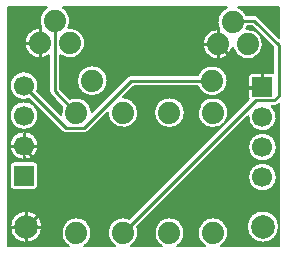
<source format=gtl>
G04 Layer: TopLayer*
G04 EasyEDA Pro v2.2.40.8, 2025-10-31 20:07:01*
G04 Gerber Generator version 0.3*
G04 Scale: 100 percent, Rotated: No, Reflected: No*
G04 Dimensions in millimeters*
G04 Leading zeros omitted, absolute positions, 4 integers and 5 decimals*
G04 Generated by one-click*
%FSLAX45Y45*%
%MOMM*%
%ADD10C,0.2032*%
%ADD11C,0.254*%
%ADD12C,1.8796*%
%ADD13R,1.7X1.7*%
%ADD14C,1.7*%
%ADD15C,2.0*%
%ADD16C,0.6100*%
%ADD17C,0.61*%
G75*


G04 Copper Start*
G36*
G01X-1828800Y294894D02*
G01X-1851158Y292954D01*
G01X-1872848Y287191D01*
G01X-1893220Y277779D01*
G01X-1911667Y264997D01*
G01X-1927637Y249230D01*
G01X-1940651Y230947D01*
G01X-1950322Y210695D01*
G01X-1956359Y189081D01*
G01X-1958584Y166749D01*
G01X-1956928Y144368D01*
G01X-1951441Y122607D01*
G01X-1942288Y102116D01*
G01X-1929742Y83509D01*
G01X-1914179Y67340D01*
G01X-1896063Y54094D01*
G01X-2408034Y54094D01*
G01X-2408034Y214264D01*
G01X-2390522Y214264D01*
G01X-2388669Y191910D01*
G01X-2383163Y170165D01*
G01X-2374152Y149624D01*
G01X-2361884Y130845D01*
G01X-2346692Y114343D01*
G01X-2328991Y100565D01*
G01X-2309263Y89889D01*
G01X-2288048Y82606D01*
G01X-2265923Y78914D01*
G01X-2243492Y78914D01*
G01X-2221367Y82606D01*
G01X-2200152Y89889D01*
G01X-2180425Y100565D01*
G01X-2162724Y114343D01*
G01X-2147532Y130845D01*
G01X-2135263Y149624D01*
G01X-2126253Y170165D01*
G01X-2120746Y191910D01*
G01X-2118894Y214264D01*
G01X-2120746Y236618D01*
G01X-2126253Y258363D01*
G01X-2135263Y278904D01*
G01X-2147532Y297683D01*
G01X-2162724Y314185D01*
G01X-2180425Y327963D01*
G01X-2200152Y338639D01*
G01X-2221367Y345922D01*
G01X-2243492Y349614D01*
G01X-2265923Y349614D01*
G01X-2288048Y345922D01*
G01X-2309263Y338639D01*
G01X-2328991Y327963D01*
G01X-2346692Y314185D01*
G01X-2361884Y297683D01*
G01X-2374152Y278904D01*
G01X-2383163Y258363D01*
G01X-2388669Y236618D01*
G01X-2390522Y214264D01*
G01X-2390522Y214264D01*
G01X-2408034Y214264D01*
G01X-2408034Y732700D01*
G01X-2394114Y732700D01*
G01X-2394114Y562700D01*
G01X-2392361Y551633D01*
G01X-2387274Y541649D01*
G01X-2379351Y533726D01*
G01X-2369367Y528639D01*
G01X-2358300Y526886D01*
G01X-2188300Y526886D01*
G01X-2177233Y528639D01*
G01X-2167249Y533726D01*
G01X-2159326Y541649D01*
G01X-2154239Y551633D01*
G01X-2152486Y562700D01*
G01X-2152486Y732700D01*
G01X-2152486Y732700D01*
G01X-2154239Y743767D01*
G01X-2159326Y753751D01*
G01X-2167249Y761674D01*
G01X-2177233Y766761D01*
G01X-2188300Y768514D01*
G01X-2358300Y768514D01*
G01X-2369367Y766761D01*
G01X-2379351Y761674D01*
G01X-2387274Y753751D01*
G01X-2392361Y743767D01*
G01X-2394114Y732700D01*
G01X-2408034Y732700D01*
G01X-2408034Y901700D01*
G01X-2394114Y901700D01*
G01X-2392278Y880721D01*
G01X-2386828Y860379D01*
G01X-2377928Y841293D01*
G01X-2365849Y824042D01*
G01X-2350958Y809151D01*
G01X-2333707Y797072D01*
G01X-2314621Y788172D01*
G01X-2294279Y782722D01*
G01X-2273300Y780886D01*
G01X-2273300Y780886D01*
G01X-2252321Y782722D01*
G01X-2231979Y788172D01*
G01X-2212893Y797072D01*
G01X-2195642Y809151D01*
G01X-2180751Y824042D01*
G01X-2168672Y841293D01*
G01X-2159772Y860379D01*
G01X-2154322Y880721D01*
G01X-2152486Y901700D01*
G01X-2154322Y922679D01*
G01X-2159772Y943021D01*
G01X-2168672Y962107D01*
G01X-2180751Y979358D01*
G01X-2195642Y994249D01*
G01X-2212893Y1006328D01*
G01X-2231979Y1015228D01*
G01X-2252321Y1020678D01*
G01X-2273300Y1022514D01*
G01X-2294279Y1020678D01*
G01X-2314621Y1015228D01*
G01X-2333707Y1006328D01*
G01X-2350958Y994249D01*
G01X-2365849Y979358D01*
G01X-2377928Y962107D01*
G01X-2386828Y943021D01*
G01X-2392278Y922679D01*
G01X-2394114Y901700D01*
G01X-2408034Y901700D01*
G01X-2408034Y1155700D01*
G01X-2394114Y1155700D01*
G01X-2392278Y1134721D01*
G01X-2386828Y1114379D01*
G01X-2377928Y1095293D01*
G01X-2365849Y1078042D01*
G01X-2350958Y1063151D01*
G01X-2333707Y1051072D01*
G01X-2314621Y1042172D01*
G01X-2294279Y1036722D01*
G01X-2273300Y1034886D01*
G01X-2273300Y1034886D01*
G01X-2252321Y1036722D01*
G01X-2231979Y1042172D01*
G01X-2212893Y1051072D01*
G01X-2195642Y1063151D01*
G01X-2180751Y1078042D01*
G01X-2168672Y1095293D01*
G01X-2159772Y1114379D01*
G01X-2154322Y1134721D01*
G01X-2152486Y1155700D01*
G01X-2154322Y1176679D01*
G01X-2159772Y1197021D01*
G01X-2168672Y1216107D01*
G01X-2180751Y1233358D01*
G01X-2195642Y1248249D01*
G01X-2212893Y1260328D01*
G01X-2231979Y1269228D01*
G01X-2252321Y1274678D01*
G01X-2273300Y1276514D01*
G01X-2294279Y1274678D01*
G01X-2314621Y1269228D01*
G01X-2333707Y1260328D01*
G01X-2350958Y1248249D01*
G01X-2365849Y1233358D01*
G01X-2377928Y1216107D01*
G01X-2386828Y1197021D01*
G01X-2392278Y1176679D01*
G01X-2394114Y1155700D01*
G01X-2408034Y1155700D01*
G01X-2408034Y2072267D01*
G01X-2079446Y2072267D01*
G01X-2097212Y2059430D01*
G01X-2112566Y2043787D01*
G01X-2125068Y2025783D01*
G01X-2134362Y2005931D01*
G01X-2140183Y1984799D01*
G01X-2142365Y1962989D01*
G01X-2140846Y1941123D01*
G01X-2135669Y1919824D01*
G01X-2126982Y1899700D01*
G01X-2149890Y1899904D01*
G01X-2172478Y1896076D01*
G01X-2194041Y1888337D01*
G01X-2213907Y1876928D01*
G01X-2231458Y1862203D01*
G01X-2246147Y1844622D01*
G01X-2257516Y1824732D01*
G01X-2265210Y1803153D01*
G01X-2268991Y1780557D01*
G01X-2268740Y1757649D01*
G01X-2264465Y1735142D01*
G01X-2256300Y1713737D01*
G01X-2244498Y1694101D01*
G01X-2229428Y1676845D01*
G01X-2211559Y1662509D01*
G01X-2191447Y1651537D01*
G01X-2169720Y1644272D01*
G01X-2147054Y1640941D01*
G01X-2124155Y1641646D01*
G01X-2101737Y1646367D01*
G01X-2080498Y1654955D01*
G01X-2061100Y1667144D01*
G01X-2061100Y1364886D01*
G01X-2059447Y1352330D01*
G01X-2054600Y1340629D01*
G01X-2046891Y1330581D01*
G01X-1948231Y1231921D01*
G01X-1954055Y1215126D01*
G01X-1957529Y1197692D01*
G01X-1958589Y1179947D01*
G01X-1957214Y1162223D01*
G01X-2160757Y1365767D01*
G01X-2154667Y1386849D01*
G01X-2152490Y1408686D01*
G01X-2154300Y1430556D01*
G01X-2160036Y1451738D01*
G01X-2169508Y1471533D01*
G01X-2182405Y1489287D01*
G01X-2198301Y1504416D01*
G01X-2216672Y1516420D01*
G01X-2236911Y1524903D01*
G01X-2258350Y1529585D01*
G01X-2280283Y1530312D01*
G01X-2301985Y1527059D01*
G01X-2322741Y1519934D01*
G01X-2341866Y1509172D01*
G01X-2358728Y1495128D01*
G01X-2372772Y1478266D01*
G01X-2383534Y1459141D01*
G01X-2390659Y1438385D01*
G01X-2393912Y1416683D01*
G01X-2393185Y1394750D01*
G01X-2388503Y1373311D01*
G01X-2380020Y1353072D01*
G01X-2368016Y1334701D01*
G01X-2352887Y1318805D01*
G01X-2335133Y1305908D01*
G01X-2315338Y1296436D01*
G01X-2294156Y1290700D01*
G01X-2272286Y1288890D01*
G01X-2250449Y1291067D01*
G01X-2229367Y1297157D01*
G01X-1952005Y1019795D01*
G01X-1941957Y1012086D01*
G01X-1930256Y1007239D01*
G01X-1917700Y1005586D01*
G01X-1762771Y1005586D01*
G01X-1750215Y1007239D01*
G01X-1738514Y1012086D01*
G01X-1728467Y1019795D01*
G01X-1564874Y1183388D01*
G01X-1563399Y1161457D01*
G01X-1558244Y1140088D01*
G01X-1549558Y1119896D01*
G01X-1537588Y1101459D01*
G01X-1522679Y1085307D01*
G01X-1505258Y1071902D01*
G01X-1485825Y1061629D01*
G01X-1464937Y1054782D01*
G01X-1443194Y1051559D01*
G01X-1421218Y1052051D01*
G01X-1399640Y1056244D01*
G01X-1379079Y1064018D01*
G01X-1360125Y1075151D01*
G01X-1343322Y1089322D01*
G01X-1329151Y1106125D01*
G01X-1318018Y1125079D01*
G01X-1310244Y1145640D01*
G01X-1306051Y1167218D01*
G01X-1305740Y1181100D01*
G01X-1171194Y1181100D01*
G01X-1169222Y1158562D01*
G01X-1163366Y1136708D01*
G01X-1153805Y1116203D01*
G01X-1140828Y1097670D01*
G01X-1124830Y1081672D01*
G01X-1106297Y1068695D01*
G01X-1085792Y1059134D01*
G01X-1063938Y1053278D01*
G01X-1041400Y1051306D01*
G01X-1018862Y1053278D01*
G01X-997008Y1059134D01*
G01X-976503Y1068695D01*
G01X-957970Y1081672D01*
G01X-941972Y1097670D01*
G01X-928995Y1116203D01*
G01X-919434Y1136708D01*
G01X-913578Y1158562D01*
G01X-911606Y1181100D01*
G01X-802894Y1181100D01*
G01X-800922Y1158562D01*
G01X-795066Y1136708D01*
G01X-785505Y1116203D01*
G01X-772528Y1097670D01*
G01X-756530Y1081672D01*
G01X-737997Y1068695D01*
G01X-717492Y1059134D01*
G01X-695638Y1053278D01*
G01X-673100Y1051306D01*
G01X-650562Y1053278D01*
G01X-628708Y1059134D01*
G01X-608203Y1068695D01*
G01X-589670Y1081672D01*
G01X-573672Y1097670D01*
G01X-560695Y1116203D01*
G01X-551134Y1136708D01*
G01X-545278Y1158562D01*
G01X-543306Y1181100D01*
G01X-545278Y1203638D01*
G01X-551134Y1225492D01*
G01X-560695Y1245997D01*
G01X-573672Y1264530D01*
G01X-589670Y1280528D01*
G01X-608203Y1293505D01*
G01X-628708Y1303066D01*
G01X-650562Y1308922D01*
G01X-673100Y1310894D01*
G01X-673100Y1310894D01*
G01X-695638Y1308922D01*
G01X-717492Y1303066D01*
G01X-737997Y1293505D01*
G01X-756530Y1280528D01*
G01X-772528Y1264530D01*
G01X-785505Y1245997D01*
G01X-795066Y1225492D01*
G01X-800922Y1203638D01*
G01X-802894Y1181100D01*
G01X-911606Y1181100D01*
G01X-913578Y1203638D01*
G01X-919434Y1225492D01*
G01X-928995Y1245997D01*
G01X-941972Y1264530D01*
G01X-957970Y1280528D01*
G01X-976503Y1293505D01*
G01X-997008Y1303066D01*
G01X-1018862Y1308922D01*
G01X-1041400Y1310894D01*
G01X-1041400Y1310894D01*
G01X-1063938Y1308922D01*
G01X-1085792Y1303066D01*
G01X-1106297Y1293505D01*
G01X-1124830Y1280528D01*
G01X-1140828Y1264530D01*
G01X-1153805Y1245997D01*
G01X-1163366Y1225492D01*
G01X-1169222Y1203638D01*
G01X-1171194Y1181100D01*
G01X-1305740Y1181100D01*
G01X-1305559Y1189194D01*
G01X-1308782Y1210937D01*
G01X-1315629Y1231825D01*
G01X-1325902Y1251258D01*
G01X-1339307Y1268679D01*
G01X-1355459Y1283588D01*
G01X-1373896Y1295558D01*
G01X-1394088Y1304244D01*
G01X-1415457Y1309399D01*
G01X-1437388Y1310874D01*
G01X-1345048Y1403215D01*
G01X-799729Y1403215D01*
G01X-789622Y1383281D01*
G01X-776244Y1365377D01*
G01X-759994Y1350033D01*
G01X-741352Y1337705D01*
G01X-720871Y1328758D01*
G01X-699159Y1323456D01*
G01X-676860Y1321958D01*
G01X-654634Y1324308D01*
G01X-633141Y1330436D01*
G01X-613017Y1340161D01*
G01X-594861Y1353193D01*
G01X-579209Y1369147D01*
G01X-566526Y1387550D01*
G01X-557189Y1407855D01*
G01X-551473Y1429462D01*
G01X-549549Y1451729D01*
G01X-551473Y1473995D01*
G01X-557189Y1495602D01*
G01X-566526Y1515907D01*
G01X-579209Y1534310D01*
G01X-594861Y1550264D01*
G01X-613017Y1563297D01*
G01X-633141Y1573021D01*
G01X-654634Y1579149D01*
G01X-676860Y1581499D01*
G01X-699159Y1580001D01*
G01X-720871Y1574700D01*
G01X-741352Y1565752D01*
G01X-759994Y1553424D01*
G01X-776244Y1538080D01*
G01X-789622Y1520176D01*
G01X-799729Y1500243D01*
G01X-1365143Y1500243D01*
G01X-1377699Y1498590D01*
G01X-1389400Y1493743D01*
G01X-1399447Y1486033D01*
G01X-1699113Y1186368D01*
G01X-1701636Y1207095D01*
G01X-1707449Y1227149D01*
G01X-1716403Y1246011D01*
G01X-1728266Y1263194D01*
G01X-1742731Y1278252D01*
G01X-1759422Y1290796D01*
G01X-1777910Y1300501D01*
G01X-1797714Y1307116D01*
G01X-1818323Y1310470D01*
G01X-1839203Y1310476D01*
G01X-1859813Y1307134D01*
G01X-1879621Y1300531D01*
G01X-1964072Y1384981D01*
G01X-1964072Y1451729D01*
G01X-1825137Y1451729D01*
G01X-1823165Y1429190D01*
G01X-1817309Y1407336D01*
G01X-1807748Y1386832D01*
G01X-1794771Y1368299D01*
G01X-1778773Y1352301D01*
G01X-1760240Y1339324D01*
G01X-1739735Y1329762D01*
G01X-1717881Y1323906D01*
G01X-1695343Y1321935D01*
G01X-1672804Y1323906D01*
G01X-1650951Y1329762D01*
G01X-1630446Y1339324D01*
G01X-1611913Y1352301D01*
G01X-1595915Y1368299D01*
G01X-1582938Y1386832D01*
G01X-1573376Y1407336D01*
G01X-1567521Y1429190D01*
G01X-1565549Y1451729D01*
G01X-1565549Y1451729D01*
G01X-1567521Y1474267D01*
G01X-1573376Y1496121D01*
G01X-1582938Y1516626D01*
G01X-1595915Y1535159D01*
G01X-1611913Y1551157D01*
G01X-1630446Y1564134D01*
G01X-1650951Y1573695D01*
G01X-1672804Y1579551D01*
G01X-1695343Y1581523D01*
G01X-1717881Y1579551D01*
G01X-1739735Y1573695D01*
G01X-1760240Y1564134D01*
G01X-1778773Y1551157D01*
G01X-1794771Y1535159D01*
G01X-1807748Y1516626D01*
G01X-1817309Y1496121D01*
G01X-1823165Y1474267D01*
G01X-1825137Y1451729D01*
G01X-1964072Y1451729D01*
G01X-1964072Y1667144D01*
G01X-1944674Y1654955D01*
G01X-1923435Y1646367D01*
G01X-1901017Y1641646D01*
G01X-1878118Y1640941D01*
G01X-1855452Y1644272D01*
G01X-1833725Y1651537D01*
G01X-1813613Y1662509D01*
G01X-1795744Y1676845D01*
G01X-1780674Y1694101D01*
G01X-1768872Y1713737D01*
G01X-1760707Y1735142D01*
G01X-1756432Y1757649D01*
G01X-1756181Y1780557D01*
G01X-1759962Y1803153D01*
G01X-1767656Y1824732D01*
G01X-1779025Y1844622D01*
G01X-1793714Y1862203D01*
G01X-1811264Y1876928D01*
G01X-1831131Y1888337D01*
G01X-1852694Y1896076D01*
G01X-1875281Y1899904D01*
G01X-1898190Y1899700D01*
G01X-1889503Y1919824D01*
G01X-1884326Y1941123D01*
G01X-1882807Y1962989D01*
G01X-1884989Y1984799D01*
G01X-1890810Y2005931D01*
G01X-1900104Y2025783D01*
G01X-1912606Y2043787D01*
G01X-1927959Y2059430D01*
G01X-1945726Y2072267D01*
G01X-554063Y2072267D01*
G01X-573602Y2062519D01*
G01X-591230Y2049634D01*
G01X-606448Y2033976D01*
G01X-618826Y2015989D01*
G01X-628014Y1996180D01*
G01X-633751Y1975113D01*
G01X-635876Y1953381D01*
G01X-634327Y1931601D01*
G01X-629149Y1910389D01*
G01X-620489Y1890344D01*
G01X-643431Y1890545D01*
G01X-666049Y1886704D01*
G01X-687638Y1878940D01*
G01X-707523Y1867497D01*
G01X-725082Y1852731D01*
G01X-739767Y1835104D01*
G01X-751119Y1815167D01*
G01X-758783Y1793543D01*
G01X-762521Y1770907D01*
G01X-762214Y1747966D01*
G01X-757873Y1725438D01*
G01X-749634Y1704026D01*
G01X-737753Y1684400D01*
G01X-722602Y1667172D01*
G01X-704655Y1652880D01*
G01X-684471Y1641972D01*
G01X-662683Y1634788D01*
G01X-639970Y1631552D01*
G01X-617042Y1632366D01*
G01X-594615Y1637205D01*
G01X-573391Y1645916D01*
G01X-554032Y1658228D01*
G01X-537143Y1673756D01*
G01X-523252Y1692016D01*
G01X-512794Y1712436D01*
G01X-506093Y1734378D01*
G01X-499393Y1712436D01*
G01X-488934Y1692016D01*
G01X-475043Y1673756D01*
G01X-458155Y1658228D01*
G01X-438796Y1645916D01*
G01X-417572Y1637205D01*
G01X-395145Y1632366D01*
G01X-372217Y1631552D01*
G01X-349504Y1634788D01*
G01X-327715Y1641972D01*
G01X-307532Y1652880D01*
G01X-289584Y1667172D01*
G01X-274434Y1684400D01*
G01X-262553Y1704026D01*
G01X-254313Y1725438D01*
G01X-249972Y1747966D01*
G01X-249666Y1770907D01*
G01X-253403Y1793543D01*
G01X-261068Y1815167D01*
G01X-272420Y1835104D01*
G01X-287105Y1852731D01*
G01X-304664Y1867497D01*
G01X-324549Y1878940D01*
G01X-346137Y1886704D01*
G01X-368756Y1890545D01*
G01X-391698Y1890344D01*
G01X-386526Y1901165D01*
G01X-382375Y1912417D01*
G01X-344930Y1912417D01*
G01X-166044Y1733531D01*
G01X-166044Y1517692D01*
G01X-169000Y1517814D01*
G01X-339000Y1517814D01*
G01X-350067Y1516061D01*
G01X-360051Y1510974D01*
G01X-367974Y1503051D01*
G01X-373061Y1493067D01*
G01X-374814Y1482000D01*
G01X-374814Y1312000D01*
G01X-373719Y1303213D01*
G01X-370502Y1294964D01*
G01X-1381952Y283514D01*
G01X-1402464Y290724D01*
G01X-1423891Y294409D01*
G01X-1445632Y294466D01*
G01X-1467078Y290893D01*
G01X-1487627Y283790D01*
G01X-1506702Y273357D01*
G01X-1523768Y259887D01*
G01X-1538346Y243756D01*
G01X-1550027Y225419D01*
G01X-1558483Y205389D01*
G01X-1563477Y184229D01*
G01X-1564869Y162532D01*
G01X-1562619Y140907D01*
G01X-1556792Y119961D01*
G01X-1547550Y100281D01*
G01X-1535153Y82420D01*
G01X-1519948Y66879D01*
G01X-1502363Y54094D01*
G01X-1761537Y54094D01*
G01X-1743421Y67340D01*
G01X-1727858Y83509D01*
G01X-1715312Y102116D01*
G01X-1706159Y122607D01*
G01X-1700672Y144368D01*
G01X-1699016Y166749D01*
G01X-1701241Y189081D01*
G01X-1707278Y210695D01*
G01X-1716949Y230947D01*
G01X-1729963Y249230D01*
G01X-1745933Y264997D01*
G01X-1764380Y277779D01*
G01X-1784752Y287191D01*
G01X-1806442Y292954D01*
G01X-1828800Y294894D01*
G37*
G36*
G01X-123139Y1249795D02*
G01X-110644Y1262291D01*
G01X-110644Y54094D01*
G01X-605837Y54094D01*
G01X-587721Y67340D01*
G01X-572158Y83509D01*
G01X-559612Y102116D01*
G01X-550459Y122607D01*
G01X-544972Y144368D01*
G01X-543316Y166749D01*
G01X-545541Y189081D01*
G01X-551578Y210695D01*
G01X-554264Y216320D01*
G01X-386017Y216320D01*
G01X-384165Y193965D01*
G01X-378658Y172221D01*
G01X-369648Y151679D01*
G01X-357379Y132901D01*
G01X-342187Y116398D01*
G01X-324486Y102621D01*
G01X-304759Y91945D01*
G01X-283544Y84662D01*
G01X-261419Y80970D01*
G01X-238988Y80970D01*
G01X-216863Y84662D01*
G01X-195647Y91945D01*
G01X-175920Y102621D01*
G01X-158219Y116398D01*
G01X-143027Y132901D01*
G01X-130759Y151679D01*
G01X-121748Y172221D01*
G01X-116242Y193965D01*
G01X-114389Y216320D01*
G01X-116242Y238674D01*
G01X-121748Y260418D01*
G01X-130759Y280960D01*
G01X-143027Y299738D01*
G01X-158219Y316241D01*
G01X-175920Y330018D01*
G01X-195647Y340694D01*
G01X-216863Y347978D01*
G01X-238988Y351670D01*
G01X-261419Y351670D01*
G01X-283544Y347978D01*
G01X-304759Y340694D01*
G01X-324486Y330018D01*
G01X-342187Y316241D01*
G01X-357379Y299738D01*
G01X-369648Y280960D01*
G01X-378658Y260418D01*
G01X-384165Y238674D01*
G01X-386017Y216320D01*
G01X-386017Y216320D01*
G01X-554264Y216320D01*
G01X-561249Y230947D01*
G01X-574263Y249230D01*
G01X-590233Y264997D01*
G01X-608680Y277779D01*
G01X-629052Y287191D01*
G01X-650742Y292954D01*
G01X-673100Y294894D01*
G01X-695458Y292954D01*
G01X-717148Y287191D01*
G01X-737520Y277779D01*
G01X-755967Y264997D01*
G01X-771937Y249230D01*
G01X-784951Y230947D01*
G01X-794622Y210695D01*
G01X-800659Y189081D01*
G01X-802884Y166749D01*
G01X-801228Y144368D01*
G01X-795741Y122607D01*
G01X-786588Y102116D01*
G01X-774042Y83509D01*
G01X-758479Y67340D01*
G01X-740363Y54094D01*
G01X-974137Y54094D01*
G01X-956021Y67340D01*
G01X-940458Y83509D01*
G01X-927912Y102116D01*
G01X-918759Y122607D01*
G01X-913272Y144368D01*
G01X-911616Y166749D01*
G01X-913841Y189081D01*
G01X-919878Y210695D01*
G01X-929549Y230947D01*
G01X-942563Y249230D01*
G01X-958533Y264997D01*
G01X-976980Y277779D01*
G01X-997352Y287191D01*
G01X-1019042Y292954D01*
G01X-1041400Y294894D01*
G01X-1063758Y292954D01*
G01X-1085448Y287191D01*
G01X-1105820Y277779D01*
G01X-1124267Y264997D01*
G01X-1140237Y249230D01*
G01X-1153251Y230947D01*
G01X-1162922Y210695D01*
G01X-1168959Y189081D01*
G01X-1171184Y166749D01*
G01X-1169528Y144368D01*
G01X-1164041Y122607D01*
G01X-1154888Y102116D01*
G01X-1142342Y83509D01*
G01X-1126779Y67340D01*
G01X-1108663Y54094D01*
G01X-1367837Y54094D01*
G01X-1349433Y67593D01*
G01X-1333677Y84107D01*
G01X-1321058Y103126D01*
G01X-1311965Y124061D01*
G01X-1306680Y146265D01*
G01X-1305366Y169051D01*
G01X-1308064Y191716D01*
G01X-1314691Y213557D01*
G01X-893248Y635000D01*
G01X-374814Y635000D01*
G01X-372978Y614021D01*
G01X-367528Y593679D01*
G01X-358628Y574593D01*
G01X-346549Y557342D01*
G01X-331658Y542451D01*
G01X-314407Y530372D01*
G01X-295321Y521472D01*
G01X-274979Y516022D01*
G01X-254000Y514186D01*
G01X-233021Y516022D01*
G01X-212679Y521472D01*
G01X-193593Y530372D01*
G01X-176342Y542451D01*
G01X-161451Y557342D01*
G01X-149372Y574593D01*
G01X-140472Y593679D01*
G01X-135022Y614021D01*
G01X-133186Y635000D01*
G01X-135022Y655979D01*
G01X-140472Y676321D01*
G01X-149372Y695407D01*
G01X-161451Y712658D01*
G01X-176342Y727549D01*
G01X-193593Y739628D01*
G01X-212679Y748528D01*
G01X-233021Y753978D01*
G01X-254000Y755814D01*
G01X-254000Y755814D01*
G01X-274979Y753978D01*
G01X-295321Y748528D01*
G01X-314407Y739628D01*
G01X-331658Y727549D01*
G01X-346549Y712658D01*
G01X-358628Y695407D01*
G01X-367528Y676321D01*
G01X-372978Y655979D01*
G01X-374814Y635000D01*
G01X-893248Y635000D01*
G01X-639248Y889000D01*
G01X-374814Y889000D01*
G01X-372978Y868021D01*
G01X-367528Y847679D01*
G01X-358628Y828593D01*
G01X-346549Y811342D01*
G01X-331658Y796451D01*
G01X-314407Y784372D01*
G01X-295321Y775472D01*
G01X-274979Y770022D01*
G01X-254000Y768186D01*
G01X-233021Y770022D01*
G01X-212679Y775472D01*
G01X-193593Y784372D01*
G01X-176342Y796451D01*
G01X-161451Y811342D01*
G01X-149372Y828593D01*
G01X-140472Y847679D01*
G01X-135022Y868021D01*
G01X-133186Y889000D01*
G01X-135022Y909979D01*
G01X-140472Y930321D01*
G01X-149372Y949407D01*
G01X-161451Y966658D01*
G01X-176342Y981549D01*
G01X-193593Y993628D01*
G01X-212679Y1002528D01*
G01X-233021Y1007978D01*
G01X-254000Y1009814D01*
G01X-254000Y1009814D01*
G01X-274979Y1007978D01*
G01X-295321Y1002528D01*
G01X-314407Y993628D01*
G01X-331658Y981549D01*
G01X-346549Y966658D01*
G01X-358628Y949407D01*
G01X-367528Y930321D01*
G01X-372978Y909979D01*
G01X-374814Y889000D01*
G01X-639248Y889000D01*
G01X-374318Y1153929D01*
G01X-374423Y1133289D01*
G01X-371012Y1112932D01*
G01X-364186Y1093453D01*
G01X-354144Y1075420D01*
G01X-341179Y1059359D01*
G01X-325669Y1045740D01*
G01X-308067Y1034960D01*
G01X-288887Y1027333D01*
G01X-268689Y1023082D01*
G01X-248062Y1022332D01*
G01X-227609Y1025104D01*
G01X-207925Y1031317D01*
G01X-189587Y1040790D01*
G01X-173128Y1053246D01*
G01X-159030Y1068322D01*
G01X-147705Y1085578D01*
G01X-139481Y1104510D01*
G01X-134601Y1124565D01*
G01X-133205Y1145159D01*
G01X-135336Y1165689D01*
G01X-140930Y1185557D01*
G01X-149824Y1204183D01*
G01X-161759Y1221023D01*
G01X-176387Y1235586D01*
G01X-157444Y1235586D01*
G01X-144887Y1237239D01*
G01X-133187Y1242086D01*
G01X-123139Y1249795D01*
G37*
G36*
G01X-110644Y2072267D02*
G01X-110644Y1815350D01*
G01X-290530Y1995236D01*
G01X-300577Y2002945D01*
G01X-312278Y2007792D01*
G01X-324834Y2009445D01*
G01X-389871Y2009445D01*
G01X-399526Y2025757D01*
G01X-411454Y2040489D01*
G01X-425401Y2053326D01*
G01X-441069Y2063994D01*
G01X-458123Y2072267D01*
G01X-110644Y2072267D01*
G37*
G54D10*
G01X-1828800Y294894D02*
G03X-1896063Y54094I0J-129794D01*
G01X-2408034Y54094D01*
G01X-2408034Y2072267D01*
G01X-2079446Y2072267D01*
G03X-2126982Y1899700I66860J-111248D01*
G03X-2264465Y1735142I-12604J-129180D01*
G03X-2061100Y1667144I124879J35378D01*
G01X-2061100Y1364886D01*
G03X-2046891Y1330581I48514J0D01*
G01X-1948231Y1231921D01*
G03X-1957214Y1162223I119431J-50821D01*
G01X-2160757Y1365767D01*
G03X-2358728Y1495128I-112543J43933D01*
G03X-2229367Y1297157I85428J-85428D01*
G01X-1952005Y1019795D01*
G03X-1917700Y1005586I34305J34305D01*
G01X-1762771Y1005586D01*
G03X-1728467Y1019795I0J48514D01*
G01X-1564874Y1183388D01*
G03X-1343322Y1089322I129774J-2288D01*
G03X-1437388Y1310874I-91778J91778D01*
G01X-1345048Y1403215D01*
G01X-799729Y1403215D01*
G03X-549549Y1451729I120386J48514D01*
G03X-799729Y1500243I-129794J0D01*
G01X-1365143Y1500243D01*
G03X-1399447Y1486033I0J-48514D01*
G01X-1699113Y1186368D01*
G03X-1759422Y1290796I-129687J-5268D01*
G03X-1879621Y1300531I-69378J-109696D01*
G01X-1964072Y1384981D01*
G01X-1964072Y1667144D01*
G03X-1760707Y1735142I78486J103375D01*
G03X-1898190Y1899700I-124879J35378D01*
G03X-1945726Y2072267I-114396J61319D01*
G01X-554063Y2072267D01*
G03X-628014Y1996180I47970J-120604D01*
G03X-620489Y1890344I121921J-44517D01*
G03X-737753Y1684400I-12604J-129180D01*
G03X-506093Y1734378I104660J76764D01*
G03X-274434Y1684400I127000J26786D01*
G03X-391698Y1890344I-104660J76764D01*
G03X-382375Y1912417I-114396J61319D01*
G01X-344930Y1912417D01*
G01X-166044Y1733531D01*
G01X-166044Y1517692D01*
G03X-169000Y1517814I-2956J-35692D01*
G01X-339000Y1517814D01*
G03X-374814Y1482000I0J-35814D01*
G01X-374814Y1312000D01*
G03X-370502Y1294964I35814J0D01*
G01X-1381952Y283514D01*
G03X-1550027Y225419I-53148J-118414D01*
G03X-1502363Y54094I114927J-60319D01*
G01X-1761537Y54094D01*
G03X-1828800Y294894I-67263J111006D01*
G01X-2152486Y732700D02*
G03X-2188300Y768514I-35814J0D01*
G01X-2358300Y768514D01*
G03X-2394114Y732700I0J-35814D01*
G01X-2394114Y562700D01*
G03X-2358300Y526886I35814J0D01*
G01X-2188300Y526886D01*
G03X-2152486Y562700I0J35814D01*
G01X-2152486Y732700D01*
G01X-2273300Y1034886D02*
G03X-2273300Y1276514I0J120814D01*
G03X-2273300Y1034886I0J-120814D01*
G01X-2273300Y780886D02*
G03X-2273300Y1022514I0J120814D01*
G03X-2273300Y780886I0J-120814D01*
G01X-2390522Y214264D02*
G03X-2118894Y214264I135814J0D01*
G03X-2390522Y214264I-135814J0D01*
G01X-1565549Y1451729D02*
G03X-1825137Y1451729I-129794J0D01*
G03X-1565549Y1451729I129794J0D01*
G01X-1041400Y1310894D02*
G03X-1041400Y1051306I0J-129794D01*
G03X-1041400Y1310894I0J129794D01*
G01X-673100Y1310894D02*
G03X-673100Y1051306I0J-129794D01*
G03X-673100Y1310894I0J129794D01*
G01X-123139Y1249795D02*
G01X-110644Y1262291D01*
G01X-110644Y54094D01*
G01X-605837Y54094D01*
G03X-673100Y294894I-67263J111006D01*
G03X-740363Y54094I0J-129794D01*
G01X-974137Y54094D01*
G03X-1041400Y294894I-67263J111006D01*
G03X-1108663Y54094I0J-129794D01*
G01X-1367837Y54094D01*
G03X-1314691Y213557I-67263J111006D01*
G01X-374318Y1153929D01*
G03X-207925Y1031317I120318J-10929D01*
G03X-176387Y1235586I-46075J111683D01*
G01X-157444Y1235586D01*
G03X-123139Y1249795I0J48514D01*
G01X-386017Y216320D02*
G03X-114389Y216320I135814J0D01*
G03X-386017Y216320I-135814J0D01*
G01X-254000Y1009814D02*
G03X-254000Y768186I0J-120814D01*
G03X-254000Y1009814I0J120814D01*
G01X-254000Y755814D02*
G03X-254000Y514186I0J-120814D01*
G03X-254000Y755814I0J120814D01*
G01X-110644Y2072267D02*
G01X-110644Y1815350D01*
G01X-290530Y1995236D01*
G03X-324834Y2009445I-34305J-34305D01*
G01X-389871Y2009445D01*
G03X-458123Y2072267I-116223J-57782D01*
G01X-110644Y2072267D01*
G54D11*
G01X-2273300Y816954D02*
G01X-2273300Y791046D01*
G01X-2273300Y986446D02*
G01X-2273300Y1012354D01*
G01X-2358046Y901700D02*
G01X-2383954Y901700D01*
G01X-2188554Y901700D02*
G01X-2162646Y901700D01*
G01X-2354454Y214264D02*
G01X-2380362Y214264D01*
G01X-2154962Y214264D02*
G01X-2129054Y214264D01*
G01X-2254708Y314010D02*
G01X-2254708Y339918D01*
G01X-2254708Y114518D02*
G01X-2254708Y88610D01*
G01X-2233311Y1770519D02*
G01X-2259219Y1770519D01*
G01X-2139586Y1864245D02*
G01X-2139586Y1890153D01*
G01X-2139586Y1676794D02*
G01X-2139586Y1650886D01*
G01X-726819Y1761164D02*
G01X-752727Y1761164D01*
G01X-633093Y1854890D02*
G01X-633093Y1880798D01*
G01X-633093Y1667438D02*
G01X-633093Y1641530D01*
G01X-254000Y1481746D02*
G01X-254000Y1507654D01*
G01X-338746Y1397000D02*
G01X-364654Y1397000D01*
G04 Copper End*

G04 Pad Start*
G54D12*
G01X-1828800Y165100D03*
G01X-1828800Y1181100D03*
G01X-673100Y1181100D03*
G01X-673100Y165100D03*
G01X-679343Y1451729D03*
G01X-1695343Y1451729D03*
G01X-1041400Y1181100D03*
G01X-1041400Y165100D03*
G01X-1435100Y1181100D03*
G01X-1435100Y165100D03*
G54D13*
G01X-2273300Y647700D03*
G54D14*
G01X-2273300Y901700D03*
G01X-2273300Y1155700D03*
G01X-2273300Y1409700D03*
G54D13*
G01X-254000Y1397000D03*
G54D14*
G01X-254000Y1143000D03*
G01X-254000Y889000D03*
G01X-254000Y635000D03*
G54D15*
G01X-250203Y216320D03*
G01X-2254708Y214264D03*
G54D12*
G01X-1885586Y1770519D03*
G01X-2012586Y1961019D03*
G01X-2139586Y1770519D03*
G01X-379093Y1761164D03*
G01X-506093Y1951663D03*
G01X-633093Y1761164D03*
G04 Pad End*

G04 Via Start*
G54D17*
G01X-1897202Y1571668D03*
G01X-1897202Y555668D03*
G01X-1389202Y1571668D03*
G01X-1389202Y555668D03*
G01X-881202Y1063668D03*
G01X-881202Y1571668D03*
G01X-881202Y555668D03*
G01X-170504Y1956666D03*
G01X-506536Y567399D03*
G04 Via End*

G04 Track Start*
G54D11*
G01X-1828800Y1181100D02*
G01X-2012586Y1364886D01*
G01X-2012586Y1961019D01*
G01X-679343Y1451729D02*
G01X-1365143Y1451729D01*
G01X-1762771Y1054100D01*
G01X-1917700Y1054100D01*
G01X-2273300Y1409700D01*
G01X-2273300Y901700D02*
G01X-2273300Y876300D01*
G01X-254000Y1397000D02*
G01X-259892Y1391108D01*
G01X-1435100Y165100D02*
G01X-1431757Y165100D01*
G01X-496825Y1960932D02*
G01X-506093Y1951664D01*
G01X-1431757Y165100D02*
G01X-312757Y1284100D01*
G01X-157444Y1284100D01*
G01X-117530Y1324014D01*
G01X-117530Y1753627D01*
G01X-324834Y1960931D01*
G01X-496825Y1960932D01*
G01X-529502Y1414513D02*
G01X-529502Y1657573D01*
G01X-633093Y1761164D01*
G01X-2120382Y723382D02*
G01X-2120382Y348589D01*
G01X-2254708Y214264D01*
G01X-536864Y1391108D02*
G01X-535192Y1392780D01*
G01X-546558Y1397458D02*
G01X-529502Y1414513D01*
G01X-546558Y1397458D02*
G01X-552908Y1391108D01*
G01X-2273300Y876300D02*
G01X-2123015Y726015D01*
G01X-2120382Y723382D01*
G01X-2123015Y738715D02*
G01X-1284690Y738715D01*
G01X-794980Y1228425D01*
G01X-794980Y1264346D01*
G01X-743646Y1315680D01*
G01X-600912Y1315680D01*
G01X-549564Y1367028D01*
G01X-549564Y1391108D01*
G01X-546558Y1397458D02*
G01X-531985Y1382885D01*
G01X-530211Y1381111D01*
G01X-531985Y1395962D02*
G01X-524554Y1403393D01*
G01X-531985Y1382885D02*
G01X-531985Y1391108D01*
G01X-531985Y1395962D01*
G01X-259892Y1391108D02*
G01X-531985Y1391108D01*
G01X-536864Y1391108D01*
G04 Track End*

M02*


</source>
